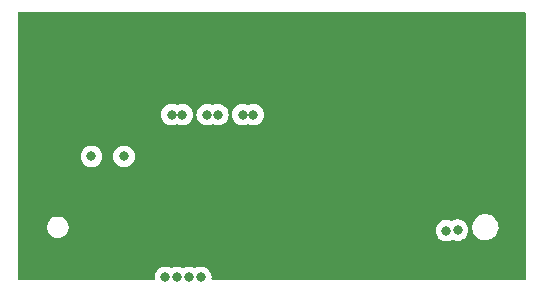
<source format=gbr>
G04 #@! TF.GenerationSoftware,KiCad,Pcbnew,6.0.7-1.fc35*
G04 #@! TF.CreationDate,2022-09-05T19:22:16-05:00*
G04 #@! TF.ProjectId,cam-adapter,63616d2d-6164-4617-9074-65722e6b6963,rev?*
G04 #@! TF.SameCoordinates,Original*
G04 #@! TF.FileFunction,Copper,L3,Inr*
G04 #@! TF.FilePolarity,Positive*
%FSLAX46Y46*%
G04 Gerber Fmt 4.6, Leading zero omitted, Abs format (unit mm)*
G04 Created by KiCad (PCBNEW 6.0.7-1.fc35) date 2022-09-05 19:22:16*
%MOMM*%
%LPD*%
G01*
G04 APERTURE LIST*
G04 #@! TA.AperFunction,ViaPad*
%ADD10C,0.800000*%
G04 #@! TD*
G04 APERTURE END LIST*
D10*
G04 #@! TO.N,+3.3V*
X138250000Y-93750000D03*
X137300000Y-93800000D03*
G04 #@! TO.N,GND*
X108250000Y-78000000D03*
X113750000Y-78000000D03*
X119250000Y-78000000D03*
X124250000Y-78000000D03*
X102500000Y-78000000D03*
X121750000Y-81250000D03*
X119000000Y-87750000D03*
X113000000Y-87750000D03*
X122000000Y-87750000D03*
X111250000Y-81250000D03*
X132000000Y-85750000D03*
X116750000Y-81250000D03*
G04 #@! TO.N,/CAM_GPIO*
X116500000Y-97750000D03*
G04 #@! TO.N,/CAM1_D0+*
X120050000Y-83982024D03*
G04 #@! TO.N,/CAM_CLK*
X115500000Y-97750000D03*
G04 #@! TO.N,/CAM1_D0-*
X120950000Y-83982024D03*
G04 #@! TO.N,SCL0*
X114500000Y-97750000D03*
X110000000Y-87500000D03*
X107250000Y-87500000D03*
G04 #@! TO.N,/CAM1_D1+*
X117050000Y-83982024D03*
G04 #@! TO.N,SDA0*
X113500000Y-97750000D03*
G04 #@! TO.N,/CAM1_D1-*
X117950000Y-83982024D03*
G04 #@! TO.N,/CAM1_CK+*
X114050000Y-83982024D03*
G04 #@! TO.N,/CAM1_CK-*
X114950000Y-83982024D03*
G04 #@! TD*
G04 #@! TA.AperFunction,Conductor*
G04 #@! TO.N,GND*
G36*
X143942121Y-75270002D02*
G01*
X143988614Y-75323658D01*
X144000000Y-75376000D01*
X144000000Y-97874000D01*
X143979998Y-97942121D01*
X143926342Y-97988614D01*
X143874000Y-98000000D01*
X117527165Y-98000000D01*
X117459044Y-97979998D01*
X117412551Y-97926342D01*
X117401855Y-97860831D01*
X117413504Y-97750000D01*
X117393542Y-97560072D01*
X117334527Y-97378444D01*
X117239040Y-97213056D01*
X117111253Y-97071134D01*
X117004708Y-96993724D01*
X116962094Y-96962763D01*
X116962093Y-96962762D01*
X116956752Y-96958882D01*
X116950724Y-96956198D01*
X116950722Y-96956197D01*
X116788319Y-96883891D01*
X116788318Y-96883891D01*
X116782288Y-96881206D01*
X116688887Y-96861353D01*
X116601944Y-96842872D01*
X116601939Y-96842872D01*
X116595487Y-96841500D01*
X116404513Y-96841500D01*
X116398061Y-96842872D01*
X116398056Y-96842872D01*
X116311113Y-96861353D01*
X116217712Y-96881206D01*
X116051248Y-96955320D01*
X115980882Y-96964754D01*
X115948753Y-96955320D01*
X115782288Y-96881206D01*
X115688887Y-96861353D01*
X115601944Y-96842872D01*
X115601939Y-96842872D01*
X115595487Y-96841500D01*
X115404513Y-96841500D01*
X115398061Y-96842872D01*
X115398056Y-96842872D01*
X115311113Y-96861353D01*
X115217712Y-96881206D01*
X115051248Y-96955320D01*
X114980882Y-96964754D01*
X114948753Y-96955320D01*
X114782288Y-96881206D01*
X114688887Y-96861353D01*
X114601944Y-96842872D01*
X114601939Y-96842872D01*
X114595487Y-96841500D01*
X114404513Y-96841500D01*
X114398061Y-96842872D01*
X114398056Y-96842872D01*
X114311113Y-96861353D01*
X114217712Y-96881206D01*
X114051248Y-96955320D01*
X113980882Y-96964754D01*
X113948753Y-96955320D01*
X113782288Y-96881206D01*
X113688887Y-96861353D01*
X113601944Y-96842872D01*
X113601939Y-96842872D01*
X113595487Y-96841500D01*
X113404513Y-96841500D01*
X113398061Y-96842872D01*
X113398056Y-96842872D01*
X113311113Y-96861353D01*
X113217712Y-96881206D01*
X113211682Y-96883891D01*
X113211681Y-96883891D01*
X113049278Y-96956197D01*
X113049276Y-96956198D01*
X113043248Y-96958882D01*
X113037907Y-96962762D01*
X113037906Y-96962763D01*
X112995292Y-96993724D01*
X112888747Y-97071134D01*
X112760960Y-97213056D01*
X112665473Y-97378444D01*
X112606458Y-97560072D01*
X112586496Y-97750000D01*
X112598145Y-97860831D01*
X112585373Y-97930667D01*
X112536871Y-97982514D01*
X112472835Y-98000000D01*
X101126000Y-98000000D01*
X101057879Y-97979998D01*
X101011386Y-97926342D01*
X101000000Y-97874000D01*
X101000000Y-93595487D01*
X103491500Y-93595487D01*
X103492872Y-93601939D01*
X103492872Y-93601944D01*
X103505792Y-93662725D01*
X103531206Y-93782288D01*
X103533891Y-93788318D01*
X103533891Y-93788319D01*
X103604187Y-93946206D01*
X103608882Y-93956752D01*
X103612762Y-93962093D01*
X103612763Y-93962094D01*
X103632986Y-93989928D01*
X103721134Y-94111253D01*
X103863056Y-94239040D01*
X104028444Y-94334527D01*
X104210072Y-94393542D01*
X104216633Y-94394232D01*
X104216635Y-94394232D01*
X104269889Y-94399829D01*
X104352390Y-94408500D01*
X104447610Y-94408500D01*
X104530111Y-94399829D01*
X104583365Y-94394232D01*
X104583367Y-94394232D01*
X104589928Y-94393542D01*
X104771556Y-94334527D01*
X104936944Y-94239040D01*
X105078866Y-94111253D01*
X105167014Y-93989928D01*
X105187237Y-93962094D01*
X105187238Y-93962093D01*
X105191118Y-93956752D01*
X105195814Y-93946206D01*
X105260908Y-93800000D01*
X136386496Y-93800000D01*
X136387186Y-93806565D01*
X136403533Y-93962094D01*
X136406458Y-93989928D01*
X136465473Y-94171556D01*
X136560960Y-94336944D01*
X136565378Y-94341851D01*
X136565379Y-94341852D01*
X136625389Y-94408500D01*
X136688747Y-94478866D01*
X136774429Y-94541118D01*
X136812580Y-94568836D01*
X136843248Y-94591118D01*
X136849276Y-94593802D01*
X136849278Y-94593803D01*
X136994591Y-94658500D01*
X137017712Y-94668794D01*
X137111113Y-94688647D01*
X137198056Y-94707128D01*
X137198061Y-94707128D01*
X137204513Y-94708500D01*
X137395487Y-94708500D01*
X137401939Y-94707128D01*
X137401944Y-94707128D01*
X137488888Y-94688647D01*
X137582288Y-94668794D01*
X137608491Y-94657128D01*
X137750719Y-94593804D01*
X137750721Y-94593803D01*
X137756752Y-94591118D01*
X137762095Y-94587236D01*
X137765159Y-94585467D01*
X137834154Y-94568729D01*
X137879408Y-94579479D01*
X137961676Y-94616107D01*
X137961679Y-94616108D01*
X137967712Y-94618794D01*
X138009340Y-94627642D01*
X138148056Y-94657128D01*
X138148061Y-94657128D01*
X138154513Y-94658500D01*
X138345487Y-94658500D01*
X138351939Y-94657128D01*
X138351944Y-94657128D01*
X138438887Y-94638647D01*
X138532288Y-94618794D01*
X138557976Y-94607357D01*
X138700722Y-94543803D01*
X138700724Y-94543802D01*
X138706752Y-94541118D01*
X138720453Y-94531164D01*
X138792434Y-94478866D01*
X138861253Y-94428866D01*
X138894896Y-94391502D01*
X138984621Y-94291852D01*
X138984622Y-94291851D01*
X138989040Y-94286944D01*
X139067431Y-94151167D01*
X139081223Y-94127279D01*
X139081224Y-94127278D01*
X139084527Y-94121556D01*
X139143542Y-93939928D01*
X139152290Y-93856701D01*
X139162814Y-93756565D01*
X139163504Y-93750000D01*
X139143542Y-93560072D01*
X139106349Y-93445604D01*
X139487787Y-93445604D01*
X139497567Y-93656899D01*
X139498971Y-93662724D01*
X139498971Y-93662725D01*
X139526230Y-93775831D01*
X139547125Y-93862534D01*
X139549607Y-93867992D01*
X139549608Y-93867996D01*
X139592392Y-93962094D01*
X139634674Y-94055087D01*
X139757054Y-94227611D01*
X139909850Y-94373881D01*
X140087548Y-94488620D01*
X140093114Y-94490863D01*
X140278168Y-94565442D01*
X140278171Y-94565443D01*
X140283737Y-94567686D01*
X140491337Y-94608228D01*
X140496899Y-94608500D01*
X140652846Y-94608500D01*
X140810566Y-94593452D01*
X141013534Y-94533908D01*
X141097111Y-94490863D01*
X141196249Y-94439804D01*
X141196252Y-94439802D01*
X141201580Y-94437058D01*
X141367920Y-94306396D01*
X141371852Y-94301865D01*
X141371855Y-94301862D01*
X141502621Y-94151167D01*
X141506552Y-94146637D01*
X141509552Y-94141451D01*
X141509555Y-94141447D01*
X141609467Y-93968742D01*
X141612473Y-93963546D01*
X141681861Y-93763729D01*
X141703189Y-93616635D01*
X141711352Y-93560336D01*
X141711352Y-93560333D01*
X141712213Y-93554396D01*
X141702433Y-93343101D01*
X141652875Y-93137466D01*
X141647683Y-93126045D01*
X141571677Y-92958882D01*
X141565326Y-92944913D01*
X141442946Y-92772389D01*
X141290150Y-92626119D01*
X141112452Y-92511380D01*
X141052354Y-92487160D01*
X140921832Y-92434558D01*
X140921829Y-92434557D01*
X140916263Y-92432314D01*
X140708663Y-92391772D01*
X140703101Y-92391500D01*
X140547154Y-92391500D01*
X140389434Y-92406548D01*
X140186466Y-92466092D01*
X140181139Y-92468836D01*
X140181138Y-92468836D01*
X140003751Y-92560196D01*
X140003748Y-92560198D01*
X139998420Y-92562942D01*
X139832080Y-92693604D01*
X139828148Y-92698135D01*
X139828145Y-92698138D01*
X139759474Y-92777275D01*
X139693448Y-92853363D01*
X139690448Y-92858549D01*
X139690445Y-92858553D01*
X139630158Y-92962763D01*
X139587527Y-93036454D01*
X139518139Y-93236271D01*
X139517278Y-93242206D01*
X139517278Y-93242208D01*
X139492788Y-93411116D01*
X139487787Y-93445604D01*
X139106349Y-93445604D01*
X139084527Y-93378444D01*
X138989040Y-93213056D01*
X138861253Y-93071134D01*
X138706752Y-92958882D01*
X138700724Y-92956198D01*
X138700722Y-92956197D01*
X138538319Y-92883891D01*
X138538318Y-92883891D01*
X138532288Y-92881206D01*
X138425715Y-92858553D01*
X138351944Y-92842872D01*
X138351939Y-92842872D01*
X138345487Y-92841500D01*
X138154513Y-92841500D01*
X138148061Y-92842872D01*
X138148056Y-92842872D01*
X138074285Y-92858553D01*
X137967712Y-92881206D01*
X137961682Y-92883891D01*
X137961681Y-92883891D01*
X137938769Y-92894092D01*
X137793248Y-92958882D01*
X137787905Y-92962764D01*
X137784841Y-92964533D01*
X137715846Y-92981271D01*
X137670592Y-92970521D01*
X137588324Y-92933893D01*
X137588321Y-92933892D01*
X137582288Y-92931206D01*
X137540660Y-92922358D01*
X137401944Y-92892872D01*
X137401939Y-92892872D01*
X137395487Y-92891500D01*
X137204513Y-92891500D01*
X137198061Y-92892872D01*
X137198056Y-92892872D01*
X137111113Y-92911353D01*
X137017712Y-92931206D01*
X137011682Y-92933891D01*
X137011681Y-92933891D01*
X136849278Y-93006197D01*
X136849276Y-93006198D01*
X136843248Y-93008882D01*
X136837907Y-93012762D01*
X136837906Y-93012763D01*
X136803300Y-93037906D01*
X136688747Y-93121134D01*
X136684326Y-93126044D01*
X136684325Y-93126045D01*
X136579732Y-93242208D01*
X136560960Y-93263056D01*
X136557659Y-93268774D01*
X136479290Y-93404513D01*
X136465473Y-93428444D01*
X136406458Y-93610072D01*
X136386496Y-93800000D01*
X105260908Y-93800000D01*
X105266109Y-93788319D01*
X105266109Y-93788318D01*
X105268794Y-93782288D01*
X105294208Y-93662725D01*
X105307128Y-93601944D01*
X105307128Y-93601939D01*
X105308500Y-93595487D01*
X105308500Y-93404513D01*
X105301743Y-93372721D01*
X105288647Y-93311112D01*
X105268794Y-93217712D01*
X105264536Y-93208148D01*
X105193803Y-93049278D01*
X105193802Y-93049276D01*
X105191118Y-93043248D01*
X105078866Y-92888747D01*
X104936944Y-92760960D01*
X104771556Y-92665473D01*
X104589928Y-92606458D01*
X104583367Y-92605768D01*
X104583365Y-92605768D01*
X104530111Y-92600171D01*
X104447610Y-92591500D01*
X104352390Y-92591500D01*
X104269889Y-92600171D01*
X104216635Y-92605768D01*
X104216633Y-92605768D01*
X104210072Y-92606458D01*
X104028444Y-92665473D01*
X103863056Y-92760960D01*
X103721134Y-92888747D01*
X103608882Y-93043248D01*
X103606198Y-93049276D01*
X103606197Y-93049278D01*
X103535464Y-93208148D01*
X103531206Y-93217712D01*
X103511353Y-93311112D01*
X103498258Y-93372721D01*
X103491500Y-93404513D01*
X103491500Y-93595487D01*
X101000000Y-93595487D01*
X101000000Y-87500000D01*
X106336496Y-87500000D01*
X106356458Y-87689928D01*
X106415473Y-87871556D01*
X106510960Y-88036944D01*
X106638747Y-88178866D01*
X106793248Y-88291118D01*
X106799276Y-88293802D01*
X106799278Y-88293803D01*
X106961681Y-88366109D01*
X106967712Y-88368794D01*
X107061113Y-88388647D01*
X107148056Y-88407128D01*
X107148061Y-88407128D01*
X107154513Y-88408500D01*
X107345487Y-88408500D01*
X107351939Y-88407128D01*
X107351944Y-88407128D01*
X107438887Y-88388647D01*
X107532288Y-88368794D01*
X107538319Y-88366109D01*
X107700722Y-88293803D01*
X107700724Y-88293802D01*
X107706752Y-88291118D01*
X107861253Y-88178866D01*
X107989040Y-88036944D01*
X108084527Y-87871556D01*
X108143542Y-87689928D01*
X108163504Y-87500000D01*
X109086496Y-87500000D01*
X109106458Y-87689928D01*
X109165473Y-87871556D01*
X109260960Y-88036944D01*
X109388747Y-88178866D01*
X109543248Y-88291118D01*
X109549276Y-88293802D01*
X109549278Y-88293803D01*
X109711681Y-88366109D01*
X109717712Y-88368794D01*
X109811113Y-88388647D01*
X109898056Y-88407128D01*
X109898061Y-88407128D01*
X109904513Y-88408500D01*
X110095487Y-88408500D01*
X110101939Y-88407128D01*
X110101944Y-88407128D01*
X110188887Y-88388647D01*
X110282288Y-88368794D01*
X110288319Y-88366109D01*
X110450722Y-88293803D01*
X110450724Y-88293802D01*
X110456752Y-88291118D01*
X110611253Y-88178866D01*
X110739040Y-88036944D01*
X110834527Y-87871556D01*
X110893542Y-87689928D01*
X110913504Y-87500000D01*
X110893542Y-87310072D01*
X110834527Y-87128444D01*
X110739040Y-86963056D01*
X110611253Y-86821134D01*
X110456752Y-86708882D01*
X110450724Y-86706198D01*
X110450722Y-86706197D01*
X110288319Y-86633891D01*
X110288318Y-86633891D01*
X110282288Y-86631206D01*
X110188887Y-86611353D01*
X110101944Y-86592872D01*
X110101939Y-86592872D01*
X110095487Y-86591500D01*
X109904513Y-86591500D01*
X109898061Y-86592872D01*
X109898056Y-86592872D01*
X109811113Y-86611353D01*
X109717712Y-86631206D01*
X109711682Y-86633891D01*
X109711681Y-86633891D01*
X109549278Y-86706197D01*
X109549276Y-86706198D01*
X109543248Y-86708882D01*
X109388747Y-86821134D01*
X109260960Y-86963056D01*
X109165473Y-87128444D01*
X109106458Y-87310072D01*
X109086496Y-87500000D01*
X108163504Y-87500000D01*
X108143542Y-87310072D01*
X108084527Y-87128444D01*
X107989040Y-86963056D01*
X107861253Y-86821134D01*
X107706752Y-86708882D01*
X107700724Y-86706198D01*
X107700722Y-86706197D01*
X107538319Y-86633891D01*
X107538318Y-86633891D01*
X107532288Y-86631206D01*
X107438887Y-86611353D01*
X107351944Y-86592872D01*
X107351939Y-86592872D01*
X107345487Y-86591500D01*
X107154513Y-86591500D01*
X107148061Y-86592872D01*
X107148056Y-86592872D01*
X107061113Y-86611353D01*
X106967712Y-86631206D01*
X106961682Y-86633891D01*
X106961681Y-86633891D01*
X106799278Y-86706197D01*
X106799276Y-86706198D01*
X106793248Y-86708882D01*
X106638747Y-86821134D01*
X106510960Y-86963056D01*
X106415473Y-87128444D01*
X106356458Y-87310072D01*
X106336496Y-87500000D01*
X101000000Y-87500000D01*
X101000000Y-83982024D01*
X113136496Y-83982024D01*
X113156458Y-84171952D01*
X113215473Y-84353580D01*
X113310960Y-84518968D01*
X113438747Y-84660890D01*
X113593248Y-84773142D01*
X113599276Y-84775826D01*
X113599278Y-84775827D01*
X113761681Y-84848133D01*
X113767712Y-84850818D01*
X113861113Y-84870671D01*
X113948056Y-84889152D01*
X113948061Y-84889152D01*
X113954513Y-84890524D01*
X114145487Y-84890524D01*
X114151939Y-84889152D01*
X114151944Y-84889152D01*
X114238887Y-84870671D01*
X114332288Y-84850818D01*
X114448752Y-84798965D01*
X114519118Y-84789531D01*
X114551246Y-84798964D01*
X114667712Y-84850818D01*
X114761113Y-84870671D01*
X114848056Y-84889152D01*
X114848061Y-84889152D01*
X114854513Y-84890524D01*
X115045487Y-84890524D01*
X115051939Y-84889152D01*
X115051944Y-84889152D01*
X115138887Y-84870671D01*
X115232288Y-84850818D01*
X115238319Y-84848133D01*
X115400722Y-84775827D01*
X115400724Y-84775826D01*
X115406752Y-84773142D01*
X115561253Y-84660890D01*
X115689040Y-84518968D01*
X115784527Y-84353580D01*
X115843542Y-84171952D01*
X115863504Y-83982024D01*
X116136496Y-83982024D01*
X116156458Y-84171952D01*
X116215473Y-84353580D01*
X116310960Y-84518968D01*
X116438747Y-84660890D01*
X116593248Y-84773142D01*
X116599276Y-84775826D01*
X116599278Y-84775827D01*
X116761681Y-84848133D01*
X116767712Y-84850818D01*
X116861113Y-84870671D01*
X116948056Y-84889152D01*
X116948061Y-84889152D01*
X116954513Y-84890524D01*
X117145487Y-84890524D01*
X117151939Y-84889152D01*
X117151944Y-84889152D01*
X117238887Y-84870671D01*
X117332288Y-84850818D01*
X117448752Y-84798965D01*
X117519118Y-84789531D01*
X117551246Y-84798964D01*
X117667712Y-84850818D01*
X117761113Y-84870671D01*
X117848056Y-84889152D01*
X117848061Y-84889152D01*
X117854513Y-84890524D01*
X118045487Y-84890524D01*
X118051939Y-84889152D01*
X118051944Y-84889152D01*
X118138887Y-84870671D01*
X118232288Y-84850818D01*
X118238319Y-84848133D01*
X118400722Y-84775827D01*
X118400724Y-84775826D01*
X118406752Y-84773142D01*
X118561253Y-84660890D01*
X118689040Y-84518968D01*
X118784527Y-84353580D01*
X118843542Y-84171952D01*
X118863504Y-83982024D01*
X119136496Y-83982024D01*
X119156458Y-84171952D01*
X119215473Y-84353580D01*
X119310960Y-84518968D01*
X119438747Y-84660890D01*
X119593248Y-84773142D01*
X119599276Y-84775826D01*
X119599278Y-84775827D01*
X119761681Y-84848133D01*
X119767712Y-84850818D01*
X119861113Y-84870671D01*
X119948056Y-84889152D01*
X119948061Y-84889152D01*
X119954513Y-84890524D01*
X120145487Y-84890524D01*
X120151939Y-84889152D01*
X120151944Y-84889152D01*
X120238887Y-84870671D01*
X120332288Y-84850818D01*
X120448752Y-84798965D01*
X120519118Y-84789531D01*
X120551246Y-84798964D01*
X120667712Y-84850818D01*
X120761113Y-84870671D01*
X120848056Y-84889152D01*
X120848061Y-84889152D01*
X120854513Y-84890524D01*
X121045487Y-84890524D01*
X121051939Y-84889152D01*
X121051944Y-84889152D01*
X121138887Y-84870671D01*
X121232288Y-84850818D01*
X121238319Y-84848133D01*
X121400722Y-84775827D01*
X121400724Y-84775826D01*
X121406752Y-84773142D01*
X121561253Y-84660890D01*
X121689040Y-84518968D01*
X121784527Y-84353580D01*
X121843542Y-84171952D01*
X121863504Y-83982024D01*
X121843542Y-83792096D01*
X121784527Y-83610468D01*
X121689040Y-83445080D01*
X121561253Y-83303158D01*
X121406752Y-83190906D01*
X121400724Y-83188222D01*
X121400722Y-83188221D01*
X121238319Y-83115915D01*
X121238318Y-83115915D01*
X121232288Y-83113230D01*
X121138887Y-83093377D01*
X121051944Y-83074896D01*
X121051939Y-83074896D01*
X121045487Y-83073524D01*
X120854513Y-83073524D01*
X120848061Y-83074896D01*
X120848056Y-83074896D01*
X120761113Y-83093377D01*
X120667712Y-83113230D01*
X120551248Y-83165083D01*
X120480882Y-83174517D01*
X120448754Y-83165084D01*
X120332288Y-83113230D01*
X120238887Y-83093377D01*
X120151944Y-83074896D01*
X120151939Y-83074896D01*
X120145487Y-83073524D01*
X119954513Y-83073524D01*
X119948061Y-83074896D01*
X119948056Y-83074896D01*
X119861113Y-83093377D01*
X119767712Y-83113230D01*
X119761682Y-83115915D01*
X119761681Y-83115915D01*
X119599278Y-83188221D01*
X119599276Y-83188222D01*
X119593248Y-83190906D01*
X119438747Y-83303158D01*
X119310960Y-83445080D01*
X119215473Y-83610468D01*
X119156458Y-83792096D01*
X119136496Y-83982024D01*
X118863504Y-83982024D01*
X118843542Y-83792096D01*
X118784527Y-83610468D01*
X118689040Y-83445080D01*
X118561253Y-83303158D01*
X118406752Y-83190906D01*
X118400724Y-83188222D01*
X118400722Y-83188221D01*
X118238319Y-83115915D01*
X118238318Y-83115915D01*
X118232288Y-83113230D01*
X118138887Y-83093377D01*
X118051944Y-83074896D01*
X118051939Y-83074896D01*
X118045487Y-83073524D01*
X117854513Y-83073524D01*
X117848061Y-83074896D01*
X117848056Y-83074896D01*
X117761113Y-83093377D01*
X117667712Y-83113230D01*
X117551248Y-83165083D01*
X117480882Y-83174517D01*
X117448754Y-83165084D01*
X117332288Y-83113230D01*
X117238887Y-83093377D01*
X117151944Y-83074896D01*
X117151939Y-83074896D01*
X117145487Y-83073524D01*
X116954513Y-83073524D01*
X116948061Y-83074896D01*
X116948056Y-83074896D01*
X116861113Y-83093377D01*
X116767712Y-83113230D01*
X116761682Y-83115915D01*
X116761681Y-83115915D01*
X116599278Y-83188221D01*
X116599276Y-83188222D01*
X116593248Y-83190906D01*
X116438747Y-83303158D01*
X116310960Y-83445080D01*
X116215473Y-83610468D01*
X116156458Y-83792096D01*
X116136496Y-83982024D01*
X115863504Y-83982024D01*
X115843542Y-83792096D01*
X115784527Y-83610468D01*
X115689040Y-83445080D01*
X115561253Y-83303158D01*
X115406752Y-83190906D01*
X115400724Y-83188222D01*
X115400722Y-83188221D01*
X115238319Y-83115915D01*
X115238318Y-83115915D01*
X115232288Y-83113230D01*
X115138887Y-83093377D01*
X115051944Y-83074896D01*
X115051939Y-83074896D01*
X115045487Y-83073524D01*
X114854513Y-83073524D01*
X114848061Y-83074896D01*
X114848056Y-83074896D01*
X114761113Y-83093377D01*
X114667712Y-83113230D01*
X114551248Y-83165083D01*
X114480882Y-83174517D01*
X114448754Y-83165084D01*
X114332288Y-83113230D01*
X114238887Y-83093377D01*
X114151944Y-83074896D01*
X114151939Y-83074896D01*
X114145487Y-83073524D01*
X113954513Y-83073524D01*
X113948061Y-83074896D01*
X113948056Y-83074896D01*
X113861113Y-83093377D01*
X113767712Y-83113230D01*
X113761682Y-83115915D01*
X113761681Y-83115915D01*
X113599278Y-83188221D01*
X113599276Y-83188222D01*
X113593248Y-83190906D01*
X113438747Y-83303158D01*
X113310960Y-83445080D01*
X113215473Y-83610468D01*
X113156458Y-83792096D01*
X113136496Y-83982024D01*
X101000000Y-83982024D01*
X101000000Y-75376000D01*
X101020002Y-75307879D01*
X101073658Y-75261386D01*
X101126000Y-75250000D01*
X143874000Y-75250000D01*
X143942121Y-75270002D01*
G37*
G04 #@! TD.AperFunction*
G04 #@! TD*
M02*

</source>
